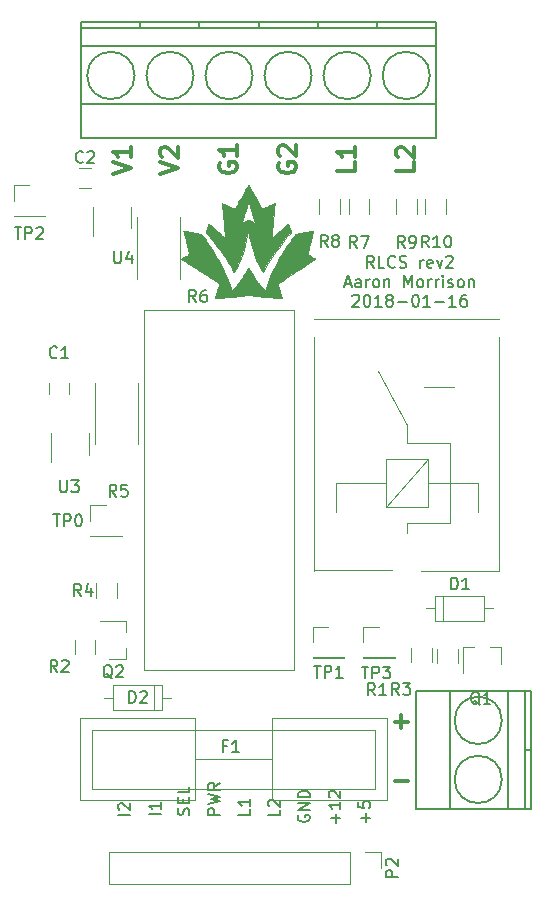
<source format=gto>
G04 #@! TF.FileFunction,Legend,Top*
%FSLAX46Y46*%
G04 Gerber Fmt 4.6, Leading zero omitted, Abs format (unit mm)*
G04 Created by KiCad (PCBNEW 4.0.6) date Tuesday, January 16, 2018 'PMt' 08:18:00 PM*
%MOMM*%
%LPD*%
G01*
G04 APERTURE LIST*
%ADD10C,0.100000*%
%ADD11C,0.150000*%
%ADD12C,0.300000*%
%ADD13C,0.120000*%
%ADD14C,0.010000*%
G04 APERTURE END LIST*
D10*
D11*
X69227381Y-141008333D02*
X68227381Y-141008333D01*
X68227381Y-140627380D01*
X68275000Y-140532142D01*
X68322619Y-140484523D01*
X68417857Y-140436904D01*
X68560714Y-140436904D01*
X68655952Y-140484523D01*
X68703571Y-140532142D01*
X68751190Y-140627380D01*
X68751190Y-141008333D01*
X68227381Y-140103571D02*
X69227381Y-139865476D01*
X68513095Y-139674999D01*
X69227381Y-139484523D01*
X68227381Y-139246428D01*
X69227381Y-138294047D02*
X68751190Y-138627381D01*
X69227381Y-138865476D02*
X68227381Y-138865476D01*
X68227381Y-138484523D01*
X68275000Y-138389285D01*
X68322619Y-138341666D01*
X68417857Y-138294047D01*
X68560714Y-138294047D01*
X68655952Y-138341666D01*
X68703571Y-138389285D01*
X68751190Y-138484523D01*
X68751190Y-138865476D01*
X81571429Y-141607143D02*
X81571429Y-140845238D01*
X81952381Y-141226190D02*
X81190476Y-141226190D01*
X80952381Y-139892857D02*
X80952381Y-140369048D01*
X81428571Y-140416667D01*
X81380952Y-140369048D01*
X81333333Y-140273810D01*
X81333333Y-140035714D01*
X81380952Y-139940476D01*
X81428571Y-139892857D01*
X81523810Y-139845238D01*
X81761905Y-139845238D01*
X81857143Y-139892857D01*
X81904762Y-139940476D01*
X81952381Y-140035714D01*
X81952381Y-140273810D01*
X81904762Y-140369048D01*
X81857143Y-140416667D01*
X79046429Y-141658333D02*
X79046429Y-140896428D01*
X79427381Y-141277380D02*
X78665476Y-141277380D01*
X79427381Y-139896428D02*
X79427381Y-140467857D01*
X79427381Y-140182143D02*
X78427381Y-140182143D01*
X78570238Y-140277381D01*
X78665476Y-140372619D01*
X78713095Y-140467857D01*
X78522619Y-139515476D02*
X78475000Y-139467857D01*
X78427381Y-139372619D01*
X78427381Y-139134523D01*
X78475000Y-139039285D01*
X78522619Y-138991666D01*
X78617857Y-138944047D01*
X78713095Y-138944047D01*
X78855952Y-138991666D01*
X79427381Y-139563095D01*
X79427381Y-138944047D01*
X75875000Y-141036904D02*
X75827381Y-141132142D01*
X75827381Y-141274999D01*
X75875000Y-141417857D01*
X75970238Y-141513095D01*
X76065476Y-141560714D01*
X76255952Y-141608333D01*
X76398810Y-141608333D01*
X76589286Y-141560714D01*
X76684524Y-141513095D01*
X76779762Y-141417857D01*
X76827381Y-141274999D01*
X76827381Y-141179761D01*
X76779762Y-141036904D01*
X76732143Y-140989285D01*
X76398810Y-140989285D01*
X76398810Y-141179761D01*
X76827381Y-140560714D02*
X75827381Y-140560714D01*
X76827381Y-139989285D01*
X75827381Y-139989285D01*
X76827381Y-139513095D02*
X75827381Y-139513095D01*
X75827381Y-139275000D01*
X75875000Y-139132142D01*
X75970238Y-139036904D01*
X76065476Y-138989285D01*
X76255952Y-138941666D01*
X76398810Y-138941666D01*
X76589286Y-138989285D01*
X76684524Y-139036904D01*
X76779762Y-139132142D01*
X76827381Y-139275000D01*
X76827381Y-139513095D01*
X74327381Y-140566666D02*
X74327381Y-141042857D01*
X73327381Y-141042857D01*
X73422619Y-140280952D02*
X73375000Y-140233333D01*
X73327381Y-140138095D01*
X73327381Y-139899999D01*
X73375000Y-139804761D01*
X73422619Y-139757142D01*
X73517857Y-139709523D01*
X73613095Y-139709523D01*
X73755952Y-139757142D01*
X74327381Y-140328571D01*
X74327381Y-139709523D01*
X71777381Y-140516666D02*
X71777381Y-140992857D01*
X70777381Y-140992857D01*
X71777381Y-139659523D02*
X71777381Y-140230952D01*
X71777381Y-139945238D02*
X70777381Y-139945238D01*
X70920238Y-140040476D01*
X71015476Y-140135714D01*
X71063095Y-140230952D01*
X66604762Y-140992857D02*
X66652381Y-140850000D01*
X66652381Y-140611904D01*
X66604762Y-140516666D01*
X66557143Y-140469047D01*
X66461905Y-140421428D01*
X66366667Y-140421428D01*
X66271429Y-140469047D01*
X66223810Y-140516666D01*
X66176190Y-140611904D01*
X66128571Y-140802381D01*
X66080952Y-140897619D01*
X66033333Y-140945238D01*
X65938095Y-140992857D01*
X65842857Y-140992857D01*
X65747619Y-140945238D01*
X65700000Y-140897619D01*
X65652381Y-140802381D01*
X65652381Y-140564285D01*
X65700000Y-140421428D01*
X66128571Y-139992857D02*
X66128571Y-139659523D01*
X66652381Y-139516666D02*
X66652381Y-139992857D01*
X65652381Y-139992857D01*
X65652381Y-139516666D01*
X66652381Y-138611904D02*
X66652381Y-139088095D01*
X65652381Y-139088095D01*
X64202381Y-140926190D02*
X63202381Y-140926190D01*
X64202381Y-139926190D02*
X64202381Y-140497619D01*
X64202381Y-140211905D02*
X63202381Y-140211905D01*
X63345238Y-140307143D01*
X63440476Y-140402381D01*
X63488095Y-140497619D01*
X61627381Y-141001190D02*
X60627381Y-141001190D01*
X60722619Y-140572619D02*
X60675000Y-140525000D01*
X60627381Y-140429762D01*
X60627381Y-140191666D01*
X60675000Y-140096428D01*
X60722619Y-140048809D01*
X60817857Y-140001190D01*
X60913095Y-140001190D01*
X61055952Y-140048809D01*
X61627381Y-140620238D01*
X61627381Y-140001190D01*
D12*
X85678571Y-85749999D02*
X85678571Y-86464285D01*
X84178571Y-86464285D01*
X84321429Y-85321428D02*
X84250000Y-85249999D01*
X84178571Y-85107142D01*
X84178571Y-84749999D01*
X84250000Y-84607142D01*
X84321429Y-84535713D01*
X84464286Y-84464285D01*
X84607143Y-84464285D01*
X84821429Y-84535713D01*
X85678571Y-85392856D01*
X85678571Y-84464285D01*
X80678571Y-85749999D02*
X80678571Y-86464285D01*
X79178571Y-86464285D01*
X80678571Y-84464285D02*
X80678571Y-85321428D01*
X80678571Y-84892856D02*
X79178571Y-84892856D01*
X79392857Y-85035713D01*
X79535714Y-85178571D01*
X79607143Y-85321428D01*
D11*
X82252381Y-94677381D02*
X81919047Y-94201190D01*
X81680952Y-94677381D02*
X81680952Y-93677381D01*
X82061905Y-93677381D01*
X82157143Y-93725000D01*
X82204762Y-93772619D01*
X82252381Y-93867857D01*
X82252381Y-94010714D01*
X82204762Y-94105952D01*
X82157143Y-94153571D01*
X82061905Y-94201190D01*
X81680952Y-94201190D01*
X83157143Y-94677381D02*
X82680952Y-94677381D01*
X82680952Y-93677381D01*
X84061905Y-94582143D02*
X84014286Y-94629762D01*
X83871429Y-94677381D01*
X83776191Y-94677381D01*
X83633333Y-94629762D01*
X83538095Y-94534524D01*
X83490476Y-94439286D01*
X83442857Y-94248810D01*
X83442857Y-94105952D01*
X83490476Y-93915476D01*
X83538095Y-93820238D01*
X83633333Y-93725000D01*
X83776191Y-93677381D01*
X83871429Y-93677381D01*
X84014286Y-93725000D01*
X84061905Y-93772619D01*
X84442857Y-94629762D02*
X84585714Y-94677381D01*
X84823810Y-94677381D01*
X84919048Y-94629762D01*
X84966667Y-94582143D01*
X85014286Y-94486905D01*
X85014286Y-94391667D01*
X84966667Y-94296429D01*
X84919048Y-94248810D01*
X84823810Y-94201190D01*
X84633333Y-94153571D01*
X84538095Y-94105952D01*
X84490476Y-94058333D01*
X84442857Y-93963095D01*
X84442857Y-93867857D01*
X84490476Y-93772619D01*
X84538095Y-93725000D01*
X84633333Y-93677381D01*
X84871429Y-93677381D01*
X85014286Y-93725000D01*
X86204762Y-94677381D02*
X86204762Y-94010714D01*
X86204762Y-94201190D02*
X86252381Y-94105952D01*
X86300000Y-94058333D01*
X86395238Y-94010714D01*
X86490477Y-94010714D01*
X87204763Y-94629762D02*
X87109525Y-94677381D01*
X86919048Y-94677381D01*
X86823810Y-94629762D01*
X86776191Y-94534524D01*
X86776191Y-94153571D01*
X86823810Y-94058333D01*
X86919048Y-94010714D01*
X87109525Y-94010714D01*
X87204763Y-94058333D01*
X87252382Y-94153571D01*
X87252382Y-94248810D01*
X86776191Y-94344048D01*
X87585715Y-94010714D02*
X87823810Y-94677381D01*
X88061906Y-94010714D01*
X88395239Y-93772619D02*
X88442858Y-93725000D01*
X88538096Y-93677381D01*
X88776192Y-93677381D01*
X88871430Y-93725000D01*
X88919049Y-93772619D01*
X88966668Y-93867857D01*
X88966668Y-93963095D01*
X88919049Y-94105952D01*
X88347620Y-94677381D01*
X88966668Y-94677381D01*
X79823809Y-96041667D02*
X80300000Y-96041667D01*
X79728571Y-96327381D02*
X80061904Y-95327381D01*
X80395238Y-96327381D01*
X81157143Y-96327381D02*
X81157143Y-95803571D01*
X81109524Y-95708333D01*
X81014286Y-95660714D01*
X80823809Y-95660714D01*
X80728571Y-95708333D01*
X81157143Y-96279762D02*
X81061905Y-96327381D01*
X80823809Y-96327381D01*
X80728571Y-96279762D01*
X80680952Y-96184524D01*
X80680952Y-96089286D01*
X80728571Y-95994048D01*
X80823809Y-95946429D01*
X81061905Y-95946429D01*
X81157143Y-95898810D01*
X81633333Y-96327381D02*
X81633333Y-95660714D01*
X81633333Y-95851190D02*
X81680952Y-95755952D01*
X81728571Y-95708333D01*
X81823809Y-95660714D01*
X81919048Y-95660714D01*
X82395238Y-96327381D02*
X82300000Y-96279762D01*
X82252381Y-96232143D01*
X82204762Y-96136905D01*
X82204762Y-95851190D01*
X82252381Y-95755952D01*
X82300000Y-95708333D01*
X82395238Y-95660714D01*
X82538096Y-95660714D01*
X82633334Y-95708333D01*
X82680953Y-95755952D01*
X82728572Y-95851190D01*
X82728572Y-96136905D01*
X82680953Y-96232143D01*
X82633334Y-96279762D01*
X82538096Y-96327381D01*
X82395238Y-96327381D01*
X83157143Y-95660714D02*
X83157143Y-96327381D01*
X83157143Y-95755952D02*
X83204762Y-95708333D01*
X83300000Y-95660714D01*
X83442858Y-95660714D01*
X83538096Y-95708333D01*
X83585715Y-95803571D01*
X83585715Y-96327381D01*
X84823810Y-96327381D02*
X84823810Y-95327381D01*
X85157144Y-96041667D01*
X85490477Y-95327381D01*
X85490477Y-96327381D01*
X86109524Y-96327381D02*
X86014286Y-96279762D01*
X85966667Y-96232143D01*
X85919048Y-96136905D01*
X85919048Y-95851190D01*
X85966667Y-95755952D01*
X86014286Y-95708333D01*
X86109524Y-95660714D01*
X86252382Y-95660714D01*
X86347620Y-95708333D01*
X86395239Y-95755952D01*
X86442858Y-95851190D01*
X86442858Y-96136905D01*
X86395239Y-96232143D01*
X86347620Y-96279762D01*
X86252382Y-96327381D01*
X86109524Y-96327381D01*
X86871429Y-96327381D02*
X86871429Y-95660714D01*
X86871429Y-95851190D02*
X86919048Y-95755952D01*
X86966667Y-95708333D01*
X87061905Y-95660714D01*
X87157144Y-95660714D01*
X87490477Y-96327381D02*
X87490477Y-95660714D01*
X87490477Y-95851190D02*
X87538096Y-95755952D01*
X87585715Y-95708333D01*
X87680953Y-95660714D01*
X87776192Y-95660714D01*
X88109525Y-96327381D02*
X88109525Y-95660714D01*
X88109525Y-95327381D02*
X88061906Y-95375000D01*
X88109525Y-95422619D01*
X88157144Y-95375000D01*
X88109525Y-95327381D01*
X88109525Y-95422619D01*
X88538096Y-96279762D02*
X88633334Y-96327381D01*
X88823810Y-96327381D01*
X88919049Y-96279762D01*
X88966668Y-96184524D01*
X88966668Y-96136905D01*
X88919049Y-96041667D01*
X88823810Y-95994048D01*
X88680953Y-95994048D01*
X88585715Y-95946429D01*
X88538096Y-95851190D01*
X88538096Y-95803571D01*
X88585715Y-95708333D01*
X88680953Y-95660714D01*
X88823810Y-95660714D01*
X88919049Y-95708333D01*
X89538096Y-96327381D02*
X89442858Y-96279762D01*
X89395239Y-96232143D01*
X89347620Y-96136905D01*
X89347620Y-95851190D01*
X89395239Y-95755952D01*
X89442858Y-95708333D01*
X89538096Y-95660714D01*
X89680954Y-95660714D01*
X89776192Y-95708333D01*
X89823811Y-95755952D01*
X89871430Y-95851190D01*
X89871430Y-96136905D01*
X89823811Y-96232143D01*
X89776192Y-96279762D01*
X89680954Y-96327381D01*
X89538096Y-96327381D01*
X90300001Y-95660714D02*
X90300001Y-96327381D01*
X90300001Y-95755952D02*
X90347620Y-95708333D01*
X90442858Y-95660714D01*
X90585716Y-95660714D01*
X90680954Y-95708333D01*
X90728573Y-95803571D01*
X90728573Y-96327381D01*
X80442857Y-97072619D02*
X80490476Y-97025000D01*
X80585714Y-96977381D01*
X80823810Y-96977381D01*
X80919048Y-97025000D01*
X80966667Y-97072619D01*
X81014286Y-97167857D01*
X81014286Y-97263095D01*
X80966667Y-97405952D01*
X80395238Y-97977381D01*
X81014286Y-97977381D01*
X81633333Y-96977381D02*
X81728572Y-96977381D01*
X81823810Y-97025000D01*
X81871429Y-97072619D01*
X81919048Y-97167857D01*
X81966667Y-97358333D01*
X81966667Y-97596429D01*
X81919048Y-97786905D01*
X81871429Y-97882143D01*
X81823810Y-97929762D01*
X81728572Y-97977381D01*
X81633333Y-97977381D01*
X81538095Y-97929762D01*
X81490476Y-97882143D01*
X81442857Y-97786905D01*
X81395238Y-97596429D01*
X81395238Y-97358333D01*
X81442857Y-97167857D01*
X81490476Y-97072619D01*
X81538095Y-97025000D01*
X81633333Y-96977381D01*
X82919048Y-97977381D02*
X82347619Y-97977381D01*
X82633333Y-97977381D02*
X82633333Y-96977381D01*
X82538095Y-97120238D01*
X82442857Y-97215476D01*
X82347619Y-97263095D01*
X83490476Y-97405952D02*
X83395238Y-97358333D01*
X83347619Y-97310714D01*
X83300000Y-97215476D01*
X83300000Y-97167857D01*
X83347619Y-97072619D01*
X83395238Y-97025000D01*
X83490476Y-96977381D01*
X83680953Y-96977381D01*
X83776191Y-97025000D01*
X83823810Y-97072619D01*
X83871429Y-97167857D01*
X83871429Y-97215476D01*
X83823810Y-97310714D01*
X83776191Y-97358333D01*
X83680953Y-97405952D01*
X83490476Y-97405952D01*
X83395238Y-97453571D01*
X83347619Y-97501190D01*
X83300000Y-97596429D01*
X83300000Y-97786905D01*
X83347619Y-97882143D01*
X83395238Y-97929762D01*
X83490476Y-97977381D01*
X83680953Y-97977381D01*
X83776191Y-97929762D01*
X83823810Y-97882143D01*
X83871429Y-97786905D01*
X83871429Y-97596429D01*
X83823810Y-97501190D01*
X83776191Y-97453571D01*
X83680953Y-97405952D01*
X84300000Y-97596429D02*
X85061905Y-97596429D01*
X85728571Y-96977381D02*
X85823810Y-96977381D01*
X85919048Y-97025000D01*
X85966667Y-97072619D01*
X86014286Y-97167857D01*
X86061905Y-97358333D01*
X86061905Y-97596429D01*
X86014286Y-97786905D01*
X85966667Y-97882143D01*
X85919048Y-97929762D01*
X85823810Y-97977381D01*
X85728571Y-97977381D01*
X85633333Y-97929762D01*
X85585714Y-97882143D01*
X85538095Y-97786905D01*
X85490476Y-97596429D01*
X85490476Y-97358333D01*
X85538095Y-97167857D01*
X85585714Y-97072619D01*
X85633333Y-97025000D01*
X85728571Y-96977381D01*
X87014286Y-97977381D02*
X86442857Y-97977381D01*
X86728571Y-97977381D02*
X86728571Y-96977381D01*
X86633333Y-97120238D01*
X86538095Y-97215476D01*
X86442857Y-97263095D01*
X87442857Y-97596429D02*
X88204762Y-97596429D01*
X89204762Y-97977381D02*
X88633333Y-97977381D01*
X88919047Y-97977381D02*
X88919047Y-96977381D01*
X88823809Y-97120238D01*
X88728571Y-97215476D01*
X88633333Y-97263095D01*
X90061905Y-96977381D02*
X89871428Y-96977381D01*
X89776190Y-97025000D01*
X89728571Y-97072619D01*
X89633333Y-97215476D01*
X89585714Y-97405952D01*
X89585714Y-97786905D01*
X89633333Y-97882143D01*
X89680952Y-97929762D01*
X89776190Y-97977381D01*
X89966667Y-97977381D01*
X90061905Y-97929762D01*
X90109524Y-97882143D01*
X90157143Y-97786905D01*
X90157143Y-97548810D01*
X90109524Y-97453571D01*
X90061905Y-97405952D01*
X89966667Y-97358333D01*
X89776190Y-97358333D01*
X89680952Y-97405952D01*
X89633333Y-97453571D01*
X89585714Y-97548810D01*
D12*
X84028572Y-138107143D02*
X85171429Y-138107143D01*
X84028572Y-133107143D02*
X85171429Y-133107143D01*
X84600000Y-133678571D02*
X84600000Y-132535714D01*
X74250000Y-85821428D02*
X74178571Y-85964285D01*
X74178571Y-86178571D01*
X74250000Y-86392856D01*
X74392857Y-86535714D01*
X74535714Y-86607142D01*
X74821429Y-86678571D01*
X75035714Y-86678571D01*
X75321429Y-86607142D01*
X75464286Y-86535714D01*
X75607143Y-86392856D01*
X75678571Y-86178571D01*
X75678571Y-86035714D01*
X75607143Y-85821428D01*
X75535714Y-85749999D01*
X75035714Y-85749999D01*
X75035714Y-86035714D01*
X74321429Y-85178571D02*
X74250000Y-85107142D01*
X74178571Y-84964285D01*
X74178571Y-84607142D01*
X74250000Y-84464285D01*
X74321429Y-84392856D01*
X74464286Y-84321428D01*
X74607143Y-84321428D01*
X74821429Y-84392856D01*
X75678571Y-85249999D01*
X75678571Y-84321428D01*
X69250000Y-85821428D02*
X69178571Y-85964285D01*
X69178571Y-86178571D01*
X69250000Y-86392856D01*
X69392857Y-86535714D01*
X69535714Y-86607142D01*
X69821429Y-86678571D01*
X70035714Y-86678571D01*
X70321429Y-86607142D01*
X70464286Y-86535714D01*
X70607143Y-86392856D01*
X70678571Y-86178571D01*
X70678571Y-86035714D01*
X70607143Y-85821428D01*
X70535714Y-85749999D01*
X70035714Y-85749999D01*
X70035714Y-86035714D01*
X70678571Y-84321428D02*
X70678571Y-85178571D01*
X70678571Y-84749999D02*
X69178571Y-84749999D01*
X69392857Y-84892856D01*
X69535714Y-85035714D01*
X69607143Y-85178571D01*
X64178571Y-86714285D02*
X65678571Y-86214285D01*
X64178571Y-85714285D01*
X64321429Y-85285714D02*
X64250000Y-85214285D01*
X64178571Y-85071428D01*
X64178571Y-84714285D01*
X64250000Y-84571428D01*
X64321429Y-84499999D01*
X64464286Y-84428571D01*
X64607143Y-84428571D01*
X64821429Y-84499999D01*
X65678571Y-85357142D01*
X65678571Y-84428571D01*
X60178571Y-86714285D02*
X61678571Y-86214285D01*
X60178571Y-85714285D01*
X61678571Y-84428571D02*
X61678571Y-85285714D01*
X61678571Y-84857142D02*
X60178571Y-84857142D01*
X60392857Y-84999999D01*
X60535714Y-85142857D01*
X60607143Y-85285714D01*
D13*
X62760000Y-128740000D02*
X62760000Y-98260000D01*
X62760000Y-98260000D02*
X75460000Y-98260000D01*
X75460000Y-98260000D02*
X75460000Y-128740000D01*
X75460000Y-128740000D02*
X62760000Y-128740000D01*
X56450000Y-105400000D02*
X56450000Y-104400000D01*
X54750000Y-104400000D02*
X54750000Y-105400000D01*
X58300000Y-86250000D02*
X57300000Y-86250000D01*
X57300000Y-87950000D02*
X58300000Y-87950000D01*
D11*
X95100000Y-135500000D02*
X95600000Y-135500000D01*
X93100000Y-133000000D02*
G75*
G03X93100000Y-133000000I-2000000J0D01*
G01*
X93100000Y-138000000D02*
G75*
G03X93100000Y-138000000I-2000000J0D01*
G01*
X93600000Y-140500000D02*
X93600000Y-130500000D01*
X88700000Y-140500000D02*
X88700000Y-130500000D01*
X95100000Y-140500000D02*
X95100000Y-130500000D01*
X95600000Y-140500000D02*
X95600000Y-130500000D01*
X95600000Y-130500000D02*
X85800000Y-130500000D01*
X85800000Y-130500000D02*
X85800000Y-140500000D01*
X85800000Y-140500000D02*
X95600000Y-140500000D01*
D13*
X93005000Y-126790000D02*
X92075000Y-126790000D01*
X89845000Y-126790000D02*
X90775000Y-126790000D01*
X89845000Y-126790000D02*
X89845000Y-128950000D01*
X93005000Y-126790000D02*
X93005000Y-128250000D01*
X61260000Y-127780000D02*
X61260000Y-126850000D01*
X61260000Y-124620000D02*
X61260000Y-125550000D01*
X61260000Y-124620000D02*
X59100000Y-124620000D01*
X61260000Y-127780000D02*
X59800000Y-127780000D01*
X85445000Y-128075000D02*
X85445000Y-126875000D01*
X87205000Y-126875000D02*
X87205000Y-128075000D01*
X56920000Y-127400000D02*
X56920000Y-126200000D01*
X58680000Y-126200000D02*
X58680000Y-127400000D01*
X87595000Y-128150000D02*
X87595000Y-126950000D01*
X89355000Y-126950000D02*
X89355000Y-128150000D01*
X60480000Y-121400000D02*
X60480000Y-122600000D01*
X58720000Y-122600000D02*
X58720000Y-121400000D01*
X58680000Y-109600000D02*
X58680000Y-104400000D01*
X62320000Y-104400000D02*
X62320000Y-109600000D01*
X62180000Y-95600000D02*
X62180000Y-90400000D01*
X65820000Y-90400000D02*
X65820000Y-95600000D01*
X86225000Y-120350000D02*
X92825000Y-120350000D01*
X77195000Y-120310000D02*
X83795000Y-120310000D01*
X77225000Y-120350000D02*
X77225000Y-100550000D01*
X77225000Y-99000000D02*
X92825000Y-99000000D01*
X92825000Y-100550000D02*
X92825000Y-120350000D01*
X86525000Y-104800000D02*
X89025000Y-104800000D01*
X91075000Y-115400000D02*
X91075000Y-112900000D01*
X85075000Y-116300000D02*
X85075000Y-117100000D01*
X79075000Y-112900000D02*
X79075000Y-115400000D01*
X85075000Y-109500000D02*
X85075000Y-108000000D01*
X85075000Y-108000000D02*
X82575000Y-103400000D01*
X88675000Y-109500000D02*
X88675000Y-116300000D01*
X85075000Y-109500000D02*
X88675000Y-109500000D01*
X85075000Y-116300000D02*
X88675000Y-116300000D01*
X79075000Y-112900000D02*
X83275000Y-112900000D01*
X86875000Y-112900000D02*
X91075000Y-112900000D01*
X86875000Y-110900000D02*
X83275000Y-114900000D01*
X86875000Y-114900000D02*
X83275000Y-114900000D01*
X83275000Y-114900000D02*
X83275000Y-110900000D01*
X83275000Y-110900000D02*
X86875000Y-110900000D01*
X86875000Y-110900000D02*
X86875000Y-114900000D01*
X58110000Y-110500000D02*
X58110000Y-108700000D01*
X54890000Y-108700000D02*
X54890000Y-111150000D01*
X61710000Y-91300000D02*
X61710000Y-89500000D01*
X58490000Y-89500000D02*
X58490000Y-91950000D01*
X67150000Y-136275000D02*
X73650000Y-136275000D01*
X67150000Y-139775000D02*
X67150000Y-132775000D01*
X58400000Y-132775000D02*
X67150000Y-132775000D01*
X58400000Y-139775000D02*
X67150000Y-139775000D01*
X81150000Y-133775000D02*
X82400000Y-133775000D01*
X80900000Y-138775000D02*
X82400000Y-138775000D01*
X68900000Y-133775000D02*
X81150000Y-133775000D01*
X69150000Y-138775000D02*
X80900000Y-138775000D01*
X58400000Y-133775000D02*
X68900000Y-133775000D01*
X58400000Y-138775000D02*
X69150000Y-138775000D01*
X58400000Y-138775000D02*
X58400000Y-133775000D01*
X57400000Y-139775000D02*
X58400000Y-139775000D01*
X57400000Y-139775000D02*
X57400000Y-132775000D01*
X57400000Y-132775000D02*
X58400000Y-132775000D01*
X82400000Y-138775000D02*
X82400000Y-133775000D01*
X73650000Y-139775000D02*
X83400000Y-139775000D01*
X83400000Y-139775000D02*
X83400000Y-132775000D01*
X73650000Y-132775000D02*
X83400000Y-132775000D01*
X73650000Y-139775000D02*
X73650000Y-132775000D01*
X58270000Y-117370000D02*
X58270000Y-117430000D01*
X58270000Y-117430000D02*
X60930000Y-117430000D01*
X60930000Y-117430000D02*
X60930000Y-117370000D01*
X60930000Y-117370000D02*
X58270000Y-117370000D01*
X58270000Y-116100000D02*
X58270000Y-114770000D01*
X58270000Y-114770000D02*
X59600000Y-114770000D01*
X77070000Y-127670000D02*
X77070000Y-127730000D01*
X77070000Y-127730000D02*
X79730000Y-127730000D01*
X79730000Y-127730000D02*
X79730000Y-127670000D01*
X79730000Y-127670000D02*
X77070000Y-127670000D01*
X77070000Y-126400000D02*
X77070000Y-125070000D01*
X77070000Y-125070000D02*
X78400000Y-125070000D01*
X51770000Y-90270000D02*
X51770000Y-90330000D01*
X51770000Y-90330000D02*
X54430000Y-90330000D01*
X54430000Y-90330000D02*
X54430000Y-90270000D01*
X54430000Y-90270000D02*
X51770000Y-90270000D01*
X51770000Y-89000000D02*
X51770000Y-87670000D01*
X51770000Y-87670000D02*
X53100000Y-87670000D01*
X81370000Y-127670000D02*
X81370000Y-127730000D01*
X81370000Y-127730000D02*
X84030000Y-127730000D01*
X84030000Y-127730000D02*
X84030000Y-127670000D01*
X84030000Y-127670000D02*
X81370000Y-127670000D01*
X81370000Y-126400000D02*
X81370000Y-125070000D01*
X81370000Y-125070000D02*
X82700000Y-125070000D01*
X80120000Y-90100000D02*
X80120000Y-88900000D01*
X81880000Y-88900000D02*
X81880000Y-90100000D01*
X79380000Y-88900000D02*
X79380000Y-90100000D01*
X77620000Y-90100000D02*
X77620000Y-88900000D01*
X84120000Y-90100000D02*
X84120000Y-88900000D01*
X85880000Y-88900000D02*
X85880000Y-90100000D01*
X88380000Y-88900000D02*
X88380000Y-90100000D01*
X86620000Y-90100000D02*
X86620000Y-88900000D01*
X80230000Y-144170000D02*
X59850000Y-144170000D01*
X59850000Y-144170000D02*
X59850000Y-146830000D01*
X59850000Y-146830000D02*
X80230000Y-146830000D01*
X80230000Y-146830000D02*
X80230000Y-144170000D01*
X81500000Y-144170000D02*
X82830000Y-144170000D01*
X82830000Y-144170000D02*
X82830000Y-145500000D01*
D11*
X62000000Y-78400000D02*
G75*
G03X62000000Y-78400000I-2000000J0D01*
G01*
X62500000Y-74400000D02*
X62500000Y-73900000D01*
X67500000Y-74400000D02*
X67500000Y-73900000D01*
X67000000Y-78400000D02*
G75*
G03X67000000Y-78400000I-2000000J0D01*
G01*
X72500000Y-74400000D02*
X72500000Y-73900000D01*
X72000000Y-78400000D02*
G75*
G03X72000000Y-78400000I-2000000J0D01*
G01*
X77000000Y-78400000D02*
G75*
G03X77000000Y-78400000I-2000000J0D01*
G01*
X77500000Y-74400000D02*
X77500000Y-73900000D01*
X82500000Y-74400000D02*
X82500000Y-73900000D01*
X82000000Y-78400000D02*
G75*
G03X82000000Y-78400000I-2000000J0D01*
G01*
X87000000Y-78400000D02*
G75*
G03X87000000Y-78400000I-2000000J0D01*
G01*
X87500000Y-75900000D02*
X57500000Y-75900000D01*
X87500000Y-80800000D02*
X57500000Y-80800000D01*
X87500000Y-74400000D02*
X57500000Y-74400000D01*
X87500000Y-73900000D02*
X57500000Y-73900000D01*
X57500000Y-73900000D02*
X57500000Y-83700000D01*
X57500000Y-83700000D02*
X87500000Y-83700000D01*
X87500000Y-83700000D02*
X87500000Y-73900000D01*
D14*
G36*
X66154589Y-91529742D02*
X66198700Y-91537567D01*
X66267865Y-91550411D01*
X66359040Y-91567692D01*
X66469179Y-91588829D01*
X66595239Y-91613242D01*
X66734175Y-91640348D01*
X66882943Y-91669568D01*
X66885495Y-91670071D01*
X67069325Y-91706548D01*
X67223989Y-91737820D01*
X67351559Y-91764358D01*
X67454105Y-91786634D01*
X67533701Y-91805119D01*
X67592419Y-91820283D01*
X67632329Y-91832598D01*
X67655505Y-91842536D01*
X67661138Y-91846458D01*
X67689589Y-91877078D01*
X67733280Y-91930525D01*
X67789675Y-92003321D01*
X67856234Y-92091986D01*
X67930422Y-92193043D01*
X68009700Y-92303011D01*
X68091530Y-92418414D01*
X68173375Y-92535771D01*
X68252696Y-92651605D01*
X68302560Y-92725720D01*
X68538141Y-93088668D01*
X68768951Y-93463801D01*
X68992367Y-93846259D01*
X69205764Y-94231183D01*
X69406521Y-94613713D01*
X69592014Y-94988989D01*
X69759619Y-95352151D01*
X69905158Y-95694500D01*
X69941850Y-95788061D01*
X69981734Y-95894841D01*
X70022936Y-96009315D01*
X70063587Y-96125957D01*
X70101813Y-96239244D01*
X70135743Y-96343651D01*
X70163506Y-96433652D01*
X70183230Y-96503725D01*
X70191698Y-96540286D01*
X70201412Y-96578252D01*
X70211617Y-96598394D01*
X70213798Y-96599375D01*
X70229032Y-96587877D01*
X70261696Y-96555729D01*
X70308628Y-96506451D01*
X70366669Y-96443562D01*
X70432660Y-96370581D01*
X70503439Y-96291027D01*
X70575846Y-96208419D01*
X70646722Y-96126277D01*
X70712906Y-96048119D01*
X70761236Y-95989745D01*
X70909249Y-95802913D01*
X71045549Y-95618091D01*
X71174982Y-95428039D01*
X71302390Y-95225515D01*
X71432618Y-95003276D01*
X71492975Y-94895729D01*
X71537919Y-94816537D01*
X71578190Y-94749034D01*
X71611164Y-94697338D01*
X71634221Y-94665569D01*
X71644559Y-94657604D01*
X71656574Y-94675988D01*
X71680109Y-94716369D01*
X71711733Y-94772736D01*
X71747030Y-94837250D01*
X71922483Y-95147226D01*
X72100781Y-95432596D01*
X72286619Y-95700449D01*
X72484694Y-95957876D01*
X72509331Y-95988187D01*
X72569655Y-96060854D01*
X72637188Y-96140309D01*
X72708779Y-96223039D01*
X72781274Y-96305535D01*
X72851523Y-96384286D01*
X72916372Y-96455779D01*
X72972669Y-96516506D01*
X73017263Y-96562953D01*
X73047000Y-96591612D01*
X73058076Y-96599375D01*
X73067761Y-96585474D01*
X73077984Y-96551000D01*
X73080176Y-96540286D01*
X73092529Y-96489079D01*
X73114345Y-96413739D01*
X73143753Y-96319791D01*
X73178880Y-96212759D01*
X73217856Y-96098167D01*
X73258809Y-95981540D01*
X73299866Y-95868404D01*
X73339157Y-95764282D01*
X73366716Y-95694500D01*
X73511154Y-95354785D01*
X73675783Y-94997906D01*
X73857961Y-94628756D01*
X74055048Y-94252231D01*
X74264400Y-93873227D01*
X74483376Y-93496639D01*
X74709334Y-93127361D01*
X74939631Y-92770291D01*
X74967738Y-92728039D01*
X75043892Y-92615281D01*
X75124268Y-92498645D01*
X75206333Y-92381605D01*
X75287554Y-92267636D01*
X75365398Y-92160210D01*
X75437334Y-92062801D01*
X75500827Y-91978883D01*
X75553347Y-91911930D01*
X75592359Y-91865416D01*
X75610042Y-91847085D01*
X75626816Y-91838032D01*
X75660772Y-91826524D01*
X75713847Y-91812121D01*
X75787976Y-91794383D01*
X75885095Y-91772872D01*
X76007140Y-91747147D01*
X76156047Y-91716770D01*
X76333751Y-91681302D01*
X76385686Y-91671039D01*
X76534662Y-91641738D01*
X76673859Y-91614529D01*
X76800234Y-91589995D01*
X76910743Y-91568718D01*
X77002345Y-91551282D01*
X77071995Y-91538269D01*
X77116652Y-91530262D01*
X77133272Y-91527843D01*
X77133298Y-91527856D01*
X77130079Y-91543140D01*
X77119783Y-91586034D01*
X77103208Y-91653389D01*
X77081153Y-91742056D01*
X77054417Y-91848888D01*
X77023799Y-91970736D01*
X76990096Y-92104451D01*
X76954109Y-92246886D01*
X76916636Y-92394892D01*
X76878475Y-92545321D01*
X76840426Y-92695025D01*
X76803286Y-92840854D01*
X76767855Y-92979662D01*
X76734931Y-93108299D01*
X76705313Y-93223618D01*
X76679801Y-93322469D01*
X76659191Y-93401706D01*
X76644284Y-93458178D01*
X76635878Y-93488739D01*
X76635515Y-93489954D01*
X76639370Y-93502046D01*
X76658310Y-93520425D01*
X76694789Y-93546702D01*
X76751265Y-93582489D01*
X76830191Y-93629397D01*
X76934025Y-93689039D01*
X76969467Y-93709128D01*
X77063522Y-93762790D01*
X77147676Y-93811711D01*
X77218189Y-93853643D01*
X77271324Y-93886336D01*
X77303340Y-93907545D01*
X77311250Y-93914629D01*
X77298216Y-93924693D01*
X77260198Y-93951009D01*
X77198818Y-93992507D01*
X77115698Y-94048113D01*
X77012460Y-94116758D01*
X76890728Y-94197368D01*
X76752124Y-94288874D01*
X76598269Y-94390203D01*
X76430787Y-94500283D01*
X76251301Y-94618044D01*
X76061432Y-94742414D01*
X75862803Y-94872321D01*
X75708059Y-94973393D01*
X75503863Y-95106816D01*
X75307200Y-95235568D01*
X75119693Y-95358570D01*
X74942965Y-95474748D01*
X74778639Y-95583027D01*
X74628340Y-95682330D01*
X74493691Y-95771583D01*
X74376314Y-95849708D01*
X74277834Y-95915631D01*
X74199875Y-95968277D01*
X74144058Y-96006568D01*
X74112009Y-96029431D01*
X74104545Y-96035812D01*
X74109125Y-96053952D01*
X74122329Y-96099036D01*
X74143140Y-96167758D01*
X74170536Y-96256810D01*
X74203500Y-96362888D01*
X74241012Y-96482684D01*
X74282052Y-96612893D01*
X74296830Y-96659583D01*
X74338550Y-96792294D01*
X74376656Y-96915517D01*
X74410185Y-97025990D01*
X74438176Y-97120450D01*
X74459666Y-97195635D01*
X74473695Y-97248280D01*
X74479300Y-97275125D01*
X74479082Y-97277834D01*
X74462146Y-97277505D01*
X74415941Y-97273581D01*
X74342714Y-97266313D01*
X74244711Y-97255954D01*
X74124181Y-97242756D01*
X73983370Y-97226970D01*
X73824524Y-97208848D01*
X73649892Y-97188643D01*
X73461719Y-97166606D01*
X73262254Y-97142990D01*
X73053742Y-97118045D01*
X73052331Y-97117875D01*
X71635937Y-96947561D01*
X70248568Y-97114780D01*
X70041437Y-97139696D01*
X69842827Y-97163488D01*
X69655069Y-97185884D01*
X69480494Y-97206610D01*
X69321431Y-97225393D01*
X69180211Y-97241960D01*
X69059164Y-97256035D01*
X68960621Y-97267348D01*
X68886911Y-97275623D01*
X68840365Y-97280587D01*
X68823787Y-97282000D01*
X68795045Y-97277235D01*
X68786375Y-97268824D01*
X68791024Y-97251273D01*
X68804286Y-97206779D01*
X68825137Y-97138650D01*
X68852548Y-97050194D01*
X68885493Y-96944719D01*
X68922946Y-96825532D01*
X68963880Y-96695942D01*
X68976875Y-96654937D01*
X69018689Y-96522655D01*
X69057324Y-96399605D01*
X69091752Y-96289122D01*
X69120946Y-96194542D01*
X69143877Y-96119202D01*
X69159517Y-96066438D01*
X69166839Y-96039584D01*
X69167260Y-96037082D01*
X69154209Y-96026386D01*
X69116167Y-95999454D01*
X69054758Y-95957362D01*
X68971605Y-95901187D01*
X68868331Y-95832007D01*
X68746559Y-95750898D01*
X68607913Y-95658938D01*
X68454015Y-95557204D01*
X68286489Y-95446773D01*
X68106959Y-95328723D01*
X67917046Y-95204129D01*
X67718375Y-95074070D01*
X67563885Y-94973119D01*
X67359722Y-94839718D01*
X67163094Y-94711050D01*
X66975622Y-94588186D01*
X66798930Y-94472199D01*
X66634638Y-94364159D01*
X66484371Y-94265138D01*
X66349748Y-94176206D01*
X66232394Y-94098436D01*
X66133931Y-94032898D01*
X66055979Y-93980664D01*
X66000163Y-93942805D01*
X65968103Y-93920392D01*
X65960625Y-93914355D01*
X65973866Y-93903580D01*
X66011097Y-93879584D01*
X66068581Y-93844612D01*
X66142577Y-93800909D01*
X66229349Y-93750720D01*
X66302407Y-93709128D01*
X66413992Y-93645456D01*
X66499952Y-93594989D01*
X66562741Y-93556115D01*
X66604817Y-93527223D01*
X66628633Y-93506700D01*
X66636647Y-93492936D01*
X66636359Y-93489954D01*
X66628448Y-93461399D01*
X66613980Y-93406700D01*
X66593752Y-93329003D01*
X66568564Y-93231459D01*
X66539213Y-93117216D01*
X66506500Y-92989422D01*
X66471221Y-92851226D01*
X66434177Y-92705777D01*
X66396165Y-92556223D01*
X66357985Y-92405713D01*
X66320435Y-92257396D01*
X66284313Y-92114420D01*
X66250419Y-91979934D01*
X66219551Y-91857087D01*
X66192507Y-91749026D01*
X66170087Y-91658902D01*
X66153089Y-91589862D01*
X66142312Y-91545055D01*
X66138554Y-91527630D01*
X66138576Y-91527515D01*
X66154589Y-91529742D01*
X66154589Y-91529742D01*
G37*
X66154589Y-91529742D02*
X66198700Y-91537567D01*
X66267865Y-91550411D01*
X66359040Y-91567692D01*
X66469179Y-91588829D01*
X66595239Y-91613242D01*
X66734175Y-91640348D01*
X66882943Y-91669568D01*
X66885495Y-91670071D01*
X67069325Y-91706548D01*
X67223989Y-91737820D01*
X67351559Y-91764358D01*
X67454105Y-91786634D01*
X67533701Y-91805119D01*
X67592419Y-91820283D01*
X67632329Y-91832598D01*
X67655505Y-91842536D01*
X67661138Y-91846458D01*
X67689589Y-91877078D01*
X67733280Y-91930525D01*
X67789675Y-92003321D01*
X67856234Y-92091986D01*
X67930422Y-92193043D01*
X68009700Y-92303011D01*
X68091530Y-92418414D01*
X68173375Y-92535771D01*
X68252696Y-92651605D01*
X68302560Y-92725720D01*
X68538141Y-93088668D01*
X68768951Y-93463801D01*
X68992367Y-93846259D01*
X69205764Y-94231183D01*
X69406521Y-94613713D01*
X69592014Y-94988989D01*
X69759619Y-95352151D01*
X69905158Y-95694500D01*
X69941850Y-95788061D01*
X69981734Y-95894841D01*
X70022936Y-96009315D01*
X70063587Y-96125957D01*
X70101813Y-96239244D01*
X70135743Y-96343651D01*
X70163506Y-96433652D01*
X70183230Y-96503725D01*
X70191698Y-96540286D01*
X70201412Y-96578252D01*
X70211617Y-96598394D01*
X70213798Y-96599375D01*
X70229032Y-96587877D01*
X70261696Y-96555729D01*
X70308628Y-96506451D01*
X70366669Y-96443562D01*
X70432660Y-96370581D01*
X70503439Y-96291027D01*
X70575846Y-96208419D01*
X70646722Y-96126277D01*
X70712906Y-96048119D01*
X70761236Y-95989745D01*
X70909249Y-95802913D01*
X71045549Y-95618091D01*
X71174982Y-95428039D01*
X71302390Y-95225515D01*
X71432618Y-95003276D01*
X71492975Y-94895729D01*
X71537919Y-94816537D01*
X71578190Y-94749034D01*
X71611164Y-94697338D01*
X71634221Y-94665569D01*
X71644559Y-94657604D01*
X71656574Y-94675988D01*
X71680109Y-94716369D01*
X71711733Y-94772736D01*
X71747030Y-94837250D01*
X71922483Y-95147226D01*
X72100781Y-95432596D01*
X72286619Y-95700449D01*
X72484694Y-95957876D01*
X72509331Y-95988187D01*
X72569655Y-96060854D01*
X72637188Y-96140309D01*
X72708779Y-96223039D01*
X72781274Y-96305535D01*
X72851523Y-96384286D01*
X72916372Y-96455779D01*
X72972669Y-96516506D01*
X73017263Y-96562953D01*
X73047000Y-96591612D01*
X73058076Y-96599375D01*
X73067761Y-96585474D01*
X73077984Y-96551000D01*
X73080176Y-96540286D01*
X73092529Y-96489079D01*
X73114345Y-96413739D01*
X73143753Y-96319791D01*
X73178880Y-96212759D01*
X73217856Y-96098167D01*
X73258809Y-95981540D01*
X73299866Y-95868404D01*
X73339157Y-95764282D01*
X73366716Y-95694500D01*
X73511154Y-95354785D01*
X73675783Y-94997906D01*
X73857961Y-94628756D01*
X74055048Y-94252231D01*
X74264400Y-93873227D01*
X74483376Y-93496639D01*
X74709334Y-93127361D01*
X74939631Y-92770291D01*
X74967738Y-92728039D01*
X75043892Y-92615281D01*
X75124268Y-92498645D01*
X75206333Y-92381605D01*
X75287554Y-92267636D01*
X75365398Y-92160210D01*
X75437334Y-92062801D01*
X75500827Y-91978883D01*
X75553347Y-91911930D01*
X75592359Y-91865416D01*
X75610042Y-91847085D01*
X75626816Y-91838032D01*
X75660772Y-91826524D01*
X75713847Y-91812121D01*
X75787976Y-91794383D01*
X75885095Y-91772872D01*
X76007140Y-91747147D01*
X76156047Y-91716770D01*
X76333751Y-91681302D01*
X76385686Y-91671039D01*
X76534662Y-91641738D01*
X76673859Y-91614529D01*
X76800234Y-91589995D01*
X76910743Y-91568718D01*
X77002345Y-91551282D01*
X77071995Y-91538269D01*
X77116652Y-91530262D01*
X77133272Y-91527843D01*
X77133298Y-91527856D01*
X77130079Y-91543140D01*
X77119783Y-91586034D01*
X77103208Y-91653389D01*
X77081153Y-91742056D01*
X77054417Y-91848888D01*
X77023799Y-91970736D01*
X76990096Y-92104451D01*
X76954109Y-92246886D01*
X76916636Y-92394892D01*
X76878475Y-92545321D01*
X76840426Y-92695025D01*
X76803286Y-92840854D01*
X76767855Y-92979662D01*
X76734931Y-93108299D01*
X76705313Y-93223618D01*
X76679801Y-93322469D01*
X76659191Y-93401706D01*
X76644284Y-93458178D01*
X76635878Y-93488739D01*
X76635515Y-93489954D01*
X76639370Y-93502046D01*
X76658310Y-93520425D01*
X76694789Y-93546702D01*
X76751265Y-93582489D01*
X76830191Y-93629397D01*
X76934025Y-93689039D01*
X76969467Y-93709128D01*
X77063522Y-93762790D01*
X77147676Y-93811711D01*
X77218189Y-93853643D01*
X77271324Y-93886336D01*
X77303340Y-93907545D01*
X77311250Y-93914629D01*
X77298216Y-93924693D01*
X77260198Y-93951009D01*
X77198818Y-93992507D01*
X77115698Y-94048113D01*
X77012460Y-94116758D01*
X76890728Y-94197368D01*
X76752124Y-94288874D01*
X76598269Y-94390203D01*
X76430787Y-94500283D01*
X76251301Y-94618044D01*
X76061432Y-94742414D01*
X75862803Y-94872321D01*
X75708059Y-94973393D01*
X75503863Y-95106816D01*
X75307200Y-95235568D01*
X75119693Y-95358570D01*
X74942965Y-95474748D01*
X74778639Y-95583027D01*
X74628340Y-95682330D01*
X74493691Y-95771583D01*
X74376314Y-95849708D01*
X74277834Y-95915631D01*
X74199875Y-95968277D01*
X74144058Y-96006568D01*
X74112009Y-96029431D01*
X74104545Y-96035812D01*
X74109125Y-96053952D01*
X74122329Y-96099036D01*
X74143140Y-96167758D01*
X74170536Y-96256810D01*
X74203500Y-96362888D01*
X74241012Y-96482684D01*
X74282052Y-96612893D01*
X74296830Y-96659583D01*
X74338550Y-96792294D01*
X74376656Y-96915517D01*
X74410185Y-97025990D01*
X74438176Y-97120450D01*
X74459666Y-97195635D01*
X74473695Y-97248280D01*
X74479300Y-97275125D01*
X74479082Y-97277834D01*
X74462146Y-97277505D01*
X74415941Y-97273581D01*
X74342714Y-97266313D01*
X74244711Y-97255954D01*
X74124181Y-97242756D01*
X73983370Y-97226970D01*
X73824524Y-97208848D01*
X73649892Y-97188643D01*
X73461719Y-97166606D01*
X73262254Y-97142990D01*
X73053742Y-97118045D01*
X73052331Y-97117875D01*
X71635937Y-96947561D01*
X70248568Y-97114780D01*
X70041437Y-97139696D01*
X69842827Y-97163488D01*
X69655069Y-97185884D01*
X69480494Y-97206610D01*
X69321431Y-97225393D01*
X69180211Y-97241960D01*
X69059164Y-97256035D01*
X68960621Y-97267348D01*
X68886911Y-97275623D01*
X68840365Y-97280587D01*
X68823787Y-97282000D01*
X68795045Y-97277235D01*
X68786375Y-97268824D01*
X68791024Y-97251273D01*
X68804286Y-97206779D01*
X68825137Y-97138650D01*
X68852548Y-97050194D01*
X68885493Y-96944719D01*
X68922946Y-96825532D01*
X68963880Y-96695942D01*
X68976875Y-96654937D01*
X69018689Y-96522655D01*
X69057324Y-96399605D01*
X69091752Y-96289122D01*
X69120946Y-96194542D01*
X69143877Y-96119202D01*
X69159517Y-96066438D01*
X69166839Y-96039584D01*
X69167260Y-96037082D01*
X69154209Y-96026386D01*
X69116167Y-95999454D01*
X69054758Y-95957362D01*
X68971605Y-95901187D01*
X68868331Y-95832007D01*
X68746559Y-95750898D01*
X68607913Y-95658938D01*
X68454015Y-95557204D01*
X68286489Y-95446773D01*
X68106959Y-95328723D01*
X67917046Y-95204129D01*
X67718375Y-95074070D01*
X67563885Y-94973119D01*
X67359722Y-94839718D01*
X67163094Y-94711050D01*
X66975622Y-94588186D01*
X66798930Y-94472199D01*
X66634638Y-94364159D01*
X66484371Y-94265138D01*
X66349748Y-94176206D01*
X66232394Y-94098436D01*
X66133931Y-94032898D01*
X66055979Y-93980664D01*
X66000163Y-93942805D01*
X65968103Y-93920392D01*
X65960625Y-93914355D01*
X65973866Y-93903580D01*
X66011097Y-93879584D01*
X66068581Y-93844612D01*
X66142577Y-93800909D01*
X66229349Y-93750720D01*
X66302407Y-93709128D01*
X66413992Y-93645456D01*
X66499952Y-93594989D01*
X66562741Y-93556115D01*
X66604817Y-93527223D01*
X66628633Y-93506700D01*
X66636647Y-93492936D01*
X66636359Y-93489954D01*
X66628448Y-93461399D01*
X66613980Y-93406700D01*
X66593752Y-93329003D01*
X66568564Y-93231459D01*
X66539213Y-93117216D01*
X66506500Y-92989422D01*
X66471221Y-92851226D01*
X66434177Y-92705777D01*
X66396165Y-92556223D01*
X66357985Y-92405713D01*
X66320435Y-92257396D01*
X66284313Y-92114420D01*
X66250419Y-91979934D01*
X66219551Y-91857087D01*
X66192507Y-91749026D01*
X66170087Y-91658902D01*
X66153089Y-91589862D01*
X66142312Y-91545055D01*
X66138554Y-91527630D01*
X66138576Y-91527515D01*
X66154589Y-91529742D01*
G36*
X71646053Y-87660595D02*
X71670237Y-87699750D01*
X71707234Y-87762313D01*
X71755788Y-87846084D01*
X71814645Y-87948862D01*
X71882549Y-88068448D01*
X71958245Y-88202642D01*
X72040479Y-88349243D01*
X72127995Y-88506052D01*
X72203894Y-88642647D01*
X72294966Y-88806835D01*
X72381719Y-88963165D01*
X72462898Y-89109377D01*
X72537245Y-89243213D01*
X72603505Y-89362414D01*
X72660422Y-89464720D01*
X72706740Y-89547873D01*
X72741202Y-89609614D01*
X72762554Y-89647684D01*
X72769385Y-89659636D01*
X72779021Y-89662838D01*
X72801497Y-89659073D01*
X72839145Y-89647440D01*
X72894298Y-89627040D01*
X72969287Y-89596973D01*
X73066444Y-89556338D01*
X73188100Y-89504235D01*
X73317909Y-89447908D01*
X73439834Y-89395153D01*
X73552536Y-89347107D01*
X73652734Y-89305114D01*
X73737144Y-89270519D01*
X73802484Y-89244666D01*
X73845473Y-89228901D01*
X73862827Y-89224567D01*
X73862939Y-89224647D01*
X73862895Y-89241542D01*
X73859963Y-89287818D01*
X73854339Y-89361252D01*
X73846221Y-89459627D01*
X73835804Y-89580721D01*
X73823286Y-89722315D01*
X73808863Y-89882188D01*
X73792732Y-90058121D01*
X73775089Y-90247894D01*
X73756131Y-90449286D01*
X73736055Y-90660077D01*
X73732694Y-90695132D01*
X73712424Y-90907162D01*
X73693174Y-91110092D01*
X73675145Y-91301710D01*
X73658538Y-91479800D01*
X73643555Y-91642150D01*
X73630398Y-91786546D01*
X73619268Y-91910774D01*
X73610366Y-92012621D01*
X73603894Y-92089874D01*
X73600053Y-92140317D01*
X73599045Y-92161739D01*
X73599165Y-92162331D01*
X73611892Y-92153301D01*
X73646193Y-92124959D01*
X73699959Y-92079142D01*
X73771083Y-92017686D01*
X73857455Y-91942427D01*
X73956967Y-91855200D01*
X74067512Y-91757843D01*
X74186980Y-91652190D01*
X74292639Y-91558418D01*
X74418215Y-91446987D01*
X74536820Y-91342117D01*
X74646322Y-91245671D01*
X74744583Y-91159510D01*
X74829471Y-91085498D01*
X74898849Y-91025497D01*
X74950582Y-90981369D01*
X74982537Y-90954977D01*
X74992508Y-90947875D01*
X74997355Y-90951429D01*
X75004802Y-90963851D01*
X75015882Y-90987781D01*
X75031627Y-91025857D01*
X75053069Y-91080720D01*
X75081242Y-91155007D01*
X75117178Y-91251358D01*
X75161909Y-91372413D01*
X75213561Y-91512892D01*
X75260722Y-91641346D01*
X75125443Y-91797407D01*
X74950904Y-92003868D01*
X74767836Y-92229916D01*
X74578805Y-92471877D01*
X74386379Y-92726079D01*
X74193127Y-92988849D01*
X74001616Y-93256514D01*
X73814415Y-93525401D01*
X73634090Y-93791838D01*
X73463210Y-94052151D01*
X73304344Y-94302667D01*
X73160058Y-94539715D01*
X73032920Y-94759620D01*
X72956125Y-94900214D01*
X72869913Y-95062607D01*
X72817545Y-94986493D01*
X72717715Y-94830541D01*
X72614272Y-94648787D01*
X72509701Y-94446588D01*
X72406492Y-94229299D01*
X72307132Y-94002279D01*
X72214109Y-93770882D01*
X72129909Y-93540465D01*
X72088373Y-93416437D01*
X72013473Y-93172266D01*
X71938503Y-92904029D01*
X71865351Y-92619349D01*
X71795910Y-92325849D01*
X71732067Y-92031152D01*
X71682398Y-91778917D01*
X71637419Y-91538397D01*
X71555692Y-91945604D01*
X71465376Y-92369659D01*
X71370234Y-92764629D01*
X71269410Y-93132932D01*
X71162047Y-93476986D01*
X71047290Y-93799205D01*
X70924283Y-94102009D01*
X70792171Y-94387812D01*
X70650096Y-94659033D01*
X70510800Y-94896226D01*
X70472873Y-94956487D01*
X70440453Y-95006107D01*
X70417470Y-95039186D01*
X70408548Y-95049755D01*
X70396765Y-95039831D01*
X70374830Y-95007211D01*
X70346477Y-94957753D01*
X70329882Y-94926247D01*
X70237612Y-94754322D01*
X70126689Y-94561732D01*
X69999367Y-94351706D01*
X69857900Y-94127475D01*
X69704542Y-93892267D01*
X69541547Y-93649313D01*
X69371168Y-93401842D01*
X69195660Y-93153085D01*
X69017277Y-92906270D01*
X68838272Y-92664629D01*
X68660899Y-92431390D01*
X68487412Y-92209783D01*
X68320065Y-92003038D01*
X68161112Y-91814385D01*
X68146431Y-91797407D01*
X68011152Y-91641346D01*
X68058313Y-91512892D01*
X68112375Y-91365871D01*
X68156656Y-91246065D01*
X68192190Y-91150836D01*
X68220005Y-91077548D01*
X68241134Y-91023561D01*
X68256608Y-90986239D01*
X68267457Y-90962944D01*
X68274713Y-90951038D01*
X68279197Y-90947875D01*
X68293091Y-90958131D01*
X68328544Y-90987660D01*
X68383422Y-91034599D01*
X68455590Y-91097088D01*
X68542913Y-91173265D01*
X68643257Y-91261269D01*
X68754486Y-91359237D01*
X68874465Y-91465310D01*
X68979243Y-91558241D01*
X69104625Y-91669402D01*
X69222847Y-91773819D01*
X69331798Y-91869656D01*
X69429372Y-91955076D01*
X69513459Y-92028245D01*
X69581951Y-92087327D01*
X69632740Y-92130486D01*
X69663717Y-92155886D01*
X69672886Y-92162155D01*
X69672340Y-92145769D01*
X69668929Y-92099996D01*
X69662855Y-92027047D01*
X69654319Y-91929136D01*
X69643524Y-91808477D01*
X69630671Y-91667282D01*
X69615961Y-91507765D01*
X69599597Y-91332140D01*
X69581780Y-91142619D01*
X69562712Y-90941415D01*
X69560248Y-90915605D01*
X71059101Y-90915605D01*
X71064901Y-90917298D01*
X71088228Y-90900119D01*
X71124226Y-90867710D01*
X71128884Y-90863243D01*
X71185043Y-90816494D01*
X71254828Y-90768576D01*
X71318437Y-90732351D01*
X71460127Y-90678549D01*
X71603958Y-90655577D01*
X71746791Y-90662959D01*
X71885488Y-90700218D01*
X72016908Y-90766876D01*
X72130906Y-90855823D01*
X72171533Y-90892018D01*
X72200373Y-90914157D01*
X72212665Y-90918718D01*
X72212412Y-90916125D01*
X72206288Y-90897031D01*
X72191574Y-90850343D01*
X72169120Y-90778780D01*
X72139776Y-90685061D01*
X72104392Y-90571904D01*
X72063819Y-90442030D01*
X72018907Y-90298157D01*
X71970506Y-90143004D01*
X71922005Y-89987437D01*
X71871288Y-89824805D01*
X71823405Y-89671439D01*
X71779184Y-89529979D01*
X71739453Y-89403066D01*
X71705040Y-89293338D01*
X71676772Y-89203436D01*
X71655478Y-89136000D01*
X71641986Y-89093670D01*
X71637134Y-89079092D01*
X71632037Y-89093180D01*
X71618338Y-89134978D01*
X71596864Y-89201878D01*
X71568438Y-89291271D01*
X71533885Y-89400548D01*
X71494031Y-89527101D01*
X71449699Y-89668321D01*
X71401715Y-89821601D01*
X71351017Y-89983967D01*
X71299958Y-90147622D01*
X71251571Y-90302572D01*
X71206707Y-90446105D01*
X71166213Y-90575512D01*
X71130941Y-90688078D01*
X71101740Y-90781094D01*
X71079459Y-90851848D01*
X71064948Y-90897628D01*
X71059101Y-90915605D01*
X69560248Y-90915605D01*
X69542595Y-90730743D01*
X69539180Y-90695132D01*
X69518941Y-90483017D01*
X69499792Y-90279937D01*
X69481929Y-90088113D01*
X69465548Y-89909765D01*
X69450845Y-89747113D01*
X69438018Y-89602378D01*
X69427261Y-89477779D01*
X69418773Y-89375538D01*
X69412749Y-89297875D01*
X69409385Y-89247009D01*
X69408879Y-89225161D01*
X69409080Y-89224502D01*
X69425419Y-89228323D01*
X69467513Y-89243615D01*
X69532070Y-89269034D01*
X69615795Y-89303234D01*
X69715396Y-89344870D01*
X69827580Y-89392596D01*
X69949054Y-89445066D01*
X69951565Y-89446159D01*
X70073067Y-89498975D01*
X70185121Y-89547563D01*
X70284463Y-89590518D01*
X70367828Y-89626433D01*
X70431952Y-89653901D01*
X70473569Y-89671516D01*
X70489416Y-89677872D01*
X70489448Y-89677874D01*
X70497832Y-89664344D01*
X70520361Y-89625202D01*
X70555816Y-89562625D01*
X70602982Y-89478789D01*
X70660640Y-89375869D01*
X70727574Y-89256041D01*
X70802567Y-89121480D01*
X70884402Y-88974363D01*
X70971861Y-88816865D01*
X71057484Y-88662431D01*
X71149276Y-88497131D01*
X71236837Y-88340192D01*
X71318927Y-88193793D01*
X71394304Y-88060112D01*
X71461726Y-87941328D01*
X71519954Y-87839620D01*
X71567745Y-87757167D01*
X71603858Y-87696146D01*
X71627052Y-87658738D01*
X71635937Y-87647048D01*
X71646053Y-87660595D01*
X71646053Y-87660595D01*
G37*
X71646053Y-87660595D02*
X71670237Y-87699750D01*
X71707234Y-87762313D01*
X71755788Y-87846084D01*
X71814645Y-87948862D01*
X71882549Y-88068448D01*
X71958245Y-88202642D01*
X72040479Y-88349243D01*
X72127995Y-88506052D01*
X72203894Y-88642647D01*
X72294966Y-88806835D01*
X72381719Y-88963165D01*
X72462898Y-89109377D01*
X72537245Y-89243213D01*
X72603505Y-89362414D01*
X72660422Y-89464720D01*
X72706740Y-89547873D01*
X72741202Y-89609614D01*
X72762554Y-89647684D01*
X72769385Y-89659636D01*
X72779021Y-89662838D01*
X72801497Y-89659073D01*
X72839145Y-89647440D01*
X72894298Y-89627040D01*
X72969287Y-89596973D01*
X73066444Y-89556338D01*
X73188100Y-89504235D01*
X73317909Y-89447908D01*
X73439834Y-89395153D01*
X73552536Y-89347107D01*
X73652734Y-89305114D01*
X73737144Y-89270519D01*
X73802484Y-89244666D01*
X73845473Y-89228901D01*
X73862827Y-89224567D01*
X73862939Y-89224647D01*
X73862895Y-89241542D01*
X73859963Y-89287818D01*
X73854339Y-89361252D01*
X73846221Y-89459627D01*
X73835804Y-89580721D01*
X73823286Y-89722315D01*
X73808863Y-89882188D01*
X73792732Y-90058121D01*
X73775089Y-90247894D01*
X73756131Y-90449286D01*
X73736055Y-90660077D01*
X73732694Y-90695132D01*
X73712424Y-90907162D01*
X73693174Y-91110092D01*
X73675145Y-91301710D01*
X73658538Y-91479800D01*
X73643555Y-91642150D01*
X73630398Y-91786546D01*
X73619268Y-91910774D01*
X73610366Y-92012621D01*
X73603894Y-92089874D01*
X73600053Y-92140317D01*
X73599045Y-92161739D01*
X73599165Y-92162331D01*
X73611892Y-92153301D01*
X73646193Y-92124959D01*
X73699959Y-92079142D01*
X73771083Y-92017686D01*
X73857455Y-91942427D01*
X73956967Y-91855200D01*
X74067512Y-91757843D01*
X74186980Y-91652190D01*
X74292639Y-91558418D01*
X74418215Y-91446987D01*
X74536820Y-91342117D01*
X74646322Y-91245671D01*
X74744583Y-91159510D01*
X74829471Y-91085498D01*
X74898849Y-91025497D01*
X74950582Y-90981369D01*
X74982537Y-90954977D01*
X74992508Y-90947875D01*
X74997355Y-90951429D01*
X75004802Y-90963851D01*
X75015882Y-90987781D01*
X75031627Y-91025857D01*
X75053069Y-91080720D01*
X75081242Y-91155007D01*
X75117178Y-91251358D01*
X75161909Y-91372413D01*
X75213561Y-91512892D01*
X75260722Y-91641346D01*
X75125443Y-91797407D01*
X74950904Y-92003868D01*
X74767836Y-92229916D01*
X74578805Y-92471877D01*
X74386379Y-92726079D01*
X74193127Y-92988849D01*
X74001616Y-93256514D01*
X73814415Y-93525401D01*
X73634090Y-93791838D01*
X73463210Y-94052151D01*
X73304344Y-94302667D01*
X73160058Y-94539715D01*
X73032920Y-94759620D01*
X72956125Y-94900214D01*
X72869913Y-95062607D01*
X72817545Y-94986493D01*
X72717715Y-94830541D01*
X72614272Y-94648787D01*
X72509701Y-94446588D01*
X72406492Y-94229299D01*
X72307132Y-94002279D01*
X72214109Y-93770882D01*
X72129909Y-93540465D01*
X72088373Y-93416437D01*
X72013473Y-93172266D01*
X71938503Y-92904029D01*
X71865351Y-92619349D01*
X71795910Y-92325849D01*
X71732067Y-92031152D01*
X71682398Y-91778917D01*
X71637419Y-91538397D01*
X71555692Y-91945604D01*
X71465376Y-92369659D01*
X71370234Y-92764629D01*
X71269410Y-93132932D01*
X71162047Y-93476986D01*
X71047290Y-93799205D01*
X70924283Y-94102009D01*
X70792171Y-94387812D01*
X70650096Y-94659033D01*
X70510800Y-94896226D01*
X70472873Y-94956487D01*
X70440453Y-95006107D01*
X70417470Y-95039186D01*
X70408548Y-95049755D01*
X70396765Y-95039831D01*
X70374830Y-95007211D01*
X70346477Y-94957753D01*
X70329882Y-94926247D01*
X70237612Y-94754322D01*
X70126689Y-94561732D01*
X69999367Y-94351706D01*
X69857900Y-94127475D01*
X69704542Y-93892267D01*
X69541547Y-93649313D01*
X69371168Y-93401842D01*
X69195660Y-93153085D01*
X69017277Y-92906270D01*
X68838272Y-92664629D01*
X68660899Y-92431390D01*
X68487412Y-92209783D01*
X68320065Y-92003038D01*
X68161112Y-91814385D01*
X68146431Y-91797407D01*
X68011152Y-91641346D01*
X68058313Y-91512892D01*
X68112375Y-91365871D01*
X68156656Y-91246065D01*
X68192190Y-91150836D01*
X68220005Y-91077548D01*
X68241134Y-91023561D01*
X68256608Y-90986239D01*
X68267457Y-90962944D01*
X68274713Y-90951038D01*
X68279197Y-90947875D01*
X68293091Y-90958131D01*
X68328544Y-90987660D01*
X68383422Y-91034599D01*
X68455590Y-91097088D01*
X68542913Y-91173265D01*
X68643257Y-91261269D01*
X68754486Y-91359237D01*
X68874465Y-91465310D01*
X68979243Y-91558241D01*
X69104625Y-91669402D01*
X69222847Y-91773819D01*
X69331798Y-91869656D01*
X69429372Y-91955076D01*
X69513459Y-92028245D01*
X69581951Y-92087327D01*
X69632740Y-92130486D01*
X69663717Y-92155886D01*
X69672886Y-92162155D01*
X69672340Y-92145769D01*
X69668929Y-92099996D01*
X69662855Y-92027047D01*
X69654319Y-91929136D01*
X69643524Y-91808477D01*
X69630671Y-91667282D01*
X69615961Y-91507765D01*
X69599597Y-91332140D01*
X69581780Y-91142619D01*
X69562712Y-90941415D01*
X69560248Y-90915605D01*
X71059101Y-90915605D01*
X71064901Y-90917298D01*
X71088228Y-90900119D01*
X71124226Y-90867710D01*
X71128884Y-90863243D01*
X71185043Y-90816494D01*
X71254828Y-90768576D01*
X71318437Y-90732351D01*
X71460127Y-90678549D01*
X71603958Y-90655577D01*
X71746791Y-90662959D01*
X71885488Y-90700218D01*
X72016908Y-90766876D01*
X72130906Y-90855823D01*
X72171533Y-90892018D01*
X72200373Y-90914157D01*
X72212665Y-90918718D01*
X72212412Y-90916125D01*
X72206288Y-90897031D01*
X72191574Y-90850343D01*
X72169120Y-90778780D01*
X72139776Y-90685061D01*
X72104392Y-90571904D01*
X72063819Y-90442030D01*
X72018907Y-90298157D01*
X71970506Y-90143004D01*
X71922005Y-89987437D01*
X71871288Y-89824805D01*
X71823405Y-89671439D01*
X71779184Y-89529979D01*
X71739453Y-89403066D01*
X71705040Y-89293338D01*
X71676772Y-89203436D01*
X71655478Y-89136000D01*
X71641986Y-89093670D01*
X71637134Y-89079092D01*
X71632037Y-89093180D01*
X71618338Y-89134978D01*
X71596864Y-89201878D01*
X71568438Y-89291271D01*
X71533885Y-89400548D01*
X71494031Y-89527101D01*
X71449699Y-89668321D01*
X71401715Y-89821601D01*
X71351017Y-89983967D01*
X71299958Y-90147622D01*
X71251571Y-90302572D01*
X71206707Y-90446105D01*
X71166213Y-90575512D01*
X71130941Y-90688078D01*
X71101740Y-90781094D01*
X71079459Y-90851848D01*
X71064948Y-90897628D01*
X71059101Y-90915605D01*
X69560248Y-90915605D01*
X69542595Y-90730743D01*
X69539180Y-90695132D01*
X69518941Y-90483017D01*
X69499792Y-90279937D01*
X69481929Y-90088113D01*
X69465548Y-89909765D01*
X69450845Y-89747113D01*
X69438018Y-89602378D01*
X69427261Y-89477779D01*
X69418773Y-89375538D01*
X69412749Y-89297875D01*
X69409385Y-89247009D01*
X69408879Y-89225161D01*
X69409080Y-89224502D01*
X69425419Y-89228323D01*
X69467513Y-89243615D01*
X69532070Y-89269034D01*
X69615795Y-89303234D01*
X69715396Y-89344870D01*
X69827580Y-89392596D01*
X69949054Y-89445066D01*
X69951565Y-89446159D01*
X70073067Y-89498975D01*
X70185121Y-89547563D01*
X70284463Y-89590518D01*
X70367828Y-89626433D01*
X70431952Y-89653901D01*
X70473569Y-89671516D01*
X70489416Y-89677872D01*
X70489448Y-89677874D01*
X70497832Y-89664344D01*
X70520361Y-89625202D01*
X70555816Y-89562625D01*
X70602982Y-89478789D01*
X70660640Y-89375869D01*
X70727574Y-89256041D01*
X70802567Y-89121480D01*
X70884402Y-88974363D01*
X70971861Y-88816865D01*
X71057484Y-88662431D01*
X71149276Y-88497131D01*
X71236837Y-88340192D01*
X71318927Y-88193793D01*
X71394304Y-88060112D01*
X71461726Y-87941328D01*
X71519954Y-87839620D01*
X71567745Y-87757167D01*
X71603858Y-87696146D01*
X71627052Y-87658738D01*
X71635937Y-87647048D01*
X71646053Y-87660595D01*
D13*
X87475000Y-122465000D02*
X87475000Y-124585000D01*
X87475000Y-124585000D02*
X91595000Y-124585000D01*
X91595000Y-124585000D02*
X91595000Y-122465000D01*
X91595000Y-122465000D02*
X87475000Y-122465000D01*
X86705000Y-123525000D02*
X87475000Y-123525000D01*
X92365000Y-123525000D02*
X91595000Y-123525000D01*
X88135000Y-122465000D02*
X88135000Y-124585000D01*
X64325000Y-132135000D02*
X64325000Y-130015000D01*
X64325000Y-130015000D02*
X60205000Y-130015000D01*
X60205000Y-130015000D02*
X60205000Y-132135000D01*
X60205000Y-132135000D02*
X64325000Y-132135000D01*
X65095000Y-131075000D02*
X64325000Y-131075000D01*
X59435000Y-131075000D02*
X60205000Y-131075000D01*
X63665000Y-132135000D02*
X63665000Y-130015000D01*
D11*
X55433334Y-102247143D02*
X55385715Y-102294762D01*
X55242858Y-102342381D01*
X55147620Y-102342381D01*
X55004762Y-102294762D01*
X54909524Y-102199524D01*
X54861905Y-102104286D01*
X54814286Y-101913810D01*
X54814286Y-101770952D01*
X54861905Y-101580476D01*
X54909524Y-101485238D01*
X55004762Y-101390000D01*
X55147620Y-101342381D01*
X55242858Y-101342381D01*
X55385715Y-101390000D01*
X55433334Y-101437619D01*
X56385715Y-102342381D02*
X55814286Y-102342381D01*
X56100000Y-102342381D02*
X56100000Y-101342381D01*
X56004762Y-101485238D01*
X55909524Y-101580476D01*
X55814286Y-101628095D01*
X57633334Y-85707143D02*
X57585715Y-85754762D01*
X57442858Y-85802381D01*
X57347620Y-85802381D01*
X57204762Y-85754762D01*
X57109524Y-85659524D01*
X57061905Y-85564286D01*
X57014286Y-85373810D01*
X57014286Y-85230952D01*
X57061905Y-85040476D01*
X57109524Y-84945238D01*
X57204762Y-84850000D01*
X57347620Y-84802381D01*
X57442858Y-84802381D01*
X57585715Y-84850000D01*
X57633334Y-84897619D01*
X58014286Y-84897619D02*
X58061905Y-84850000D01*
X58157143Y-84802381D01*
X58395239Y-84802381D01*
X58490477Y-84850000D01*
X58538096Y-84897619D01*
X58585715Y-84992857D01*
X58585715Y-85088095D01*
X58538096Y-85230952D01*
X57966667Y-85802381D01*
X58585715Y-85802381D01*
X91229762Y-131697619D02*
X91134524Y-131650000D01*
X91039286Y-131554762D01*
X90896429Y-131411905D01*
X90801190Y-131364286D01*
X90705952Y-131364286D01*
X90753571Y-131602381D02*
X90658333Y-131554762D01*
X90563095Y-131459524D01*
X90515476Y-131269048D01*
X90515476Y-130935714D01*
X90563095Y-130745238D01*
X90658333Y-130650000D01*
X90753571Y-130602381D01*
X90944048Y-130602381D01*
X91039286Y-130650000D01*
X91134524Y-130745238D01*
X91182143Y-130935714D01*
X91182143Y-131269048D01*
X91134524Y-131459524D01*
X91039286Y-131554762D01*
X90944048Y-131602381D01*
X90753571Y-131602381D01*
X92134524Y-131602381D02*
X91563095Y-131602381D01*
X91848809Y-131602381D02*
X91848809Y-130602381D01*
X91753571Y-130745238D01*
X91658333Y-130840476D01*
X91563095Y-130888095D01*
X60104762Y-129447619D02*
X60009524Y-129400000D01*
X59914286Y-129304762D01*
X59771429Y-129161905D01*
X59676190Y-129114286D01*
X59580952Y-129114286D01*
X59628571Y-129352381D02*
X59533333Y-129304762D01*
X59438095Y-129209524D01*
X59390476Y-129019048D01*
X59390476Y-128685714D01*
X59438095Y-128495238D01*
X59533333Y-128400000D01*
X59628571Y-128352381D01*
X59819048Y-128352381D01*
X59914286Y-128400000D01*
X60009524Y-128495238D01*
X60057143Y-128685714D01*
X60057143Y-129019048D01*
X60009524Y-129209524D01*
X59914286Y-129304762D01*
X59819048Y-129352381D01*
X59628571Y-129352381D01*
X60438095Y-128447619D02*
X60485714Y-128400000D01*
X60580952Y-128352381D01*
X60819048Y-128352381D01*
X60914286Y-128400000D01*
X60961905Y-128447619D01*
X61009524Y-128542857D01*
X61009524Y-128638095D01*
X60961905Y-128780952D01*
X60390476Y-129352381D01*
X61009524Y-129352381D01*
X82358334Y-130877381D02*
X82025000Y-130401190D01*
X81786905Y-130877381D02*
X81786905Y-129877381D01*
X82167858Y-129877381D01*
X82263096Y-129925000D01*
X82310715Y-129972619D01*
X82358334Y-130067857D01*
X82358334Y-130210714D01*
X82310715Y-130305952D01*
X82263096Y-130353571D01*
X82167858Y-130401190D01*
X81786905Y-130401190D01*
X83310715Y-130877381D02*
X82739286Y-130877381D01*
X83025000Y-130877381D02*
X83025000Y-129877381D01*
X82929762Y-130020238D01*
X82834524Y-130115476D01*
X82739286Y-130163095D01*
X55458334Y-128902381D02*
X55125000Y-128426190D01*
X54886905Y-128902381D02*
X54886905Y-127902381D01*
X55267858Y-127902381D01*
X55363096Y-127950000D01*
X55410715Y-127997619D01*
X55458334Y-128092857D01*
X55458334Y-128235714D01*
X55410715Y-128330952D01*
X55363096Y-128378571D01*
X55267858Y-128426190D01*
X54886905Y-128426190D01*
X55839286Y-127997619D02*
X55886905Y-127950000D01*
X55982143Y-127902381D01*
X56220239Y-127902381D01*
X56315477Y-127950000D01*
X56363096Y-127997619D01*
X56410715Y-128092857D01*
X56410715Y-128188095D01*
X56363096Y-128330952D01*
X55791667Y-128902381D01*
X56410715Y-128902381D01*
X84383334Y-130827381D02*
X84050000Y-130351190D01*
X83811905Y-130827381D02*
X83811905Y-129827381D01*
X84192858Y-129827381D01*
X84288096Y-129875000D01*
X84335715Y-129922619D01*
X84383334Y-130017857D01*
X84383334Y-130160714D01*
X84335715Y-130255952D01*
X84288096Y-130303571D01*
X84192858Y-130351190D01*
X83811905Y-130351190D01*
X84716667Y-129827381D02*
X85335715Y-129827381D01*
X85002381Y-130208333D01*
X85145239Y-130208333D01*
X85240477Y-130255952D01*
X85288096Y-130303571D01*
X85335715Y-130398810D01*
X85335715Y-130636905D01*
X85288096Y-130732143D01*
X85240477Y-130779762D01*
X85145239Y-130827381D01*
X84859524Y-130827381D01*
X84764286Y-130779762D01*
X84716667Y-130732143D01*
X57483334Y-122452381D02*
X57150000Y-121976190D01*
X56911905Y-122452381D02*
X56911905Y-121452381D01*
X57292858Y-121452381D01*
X57388096Y-121500000D01*
X57435715Y-121547619D01*
X57483334Y-121642857D01*
X57483334Y-121785714D01*
X57435715Y-121880952D01*
X57388096Y-121928571D01*
X57292858Y-121976190D01*
X56911905Y-121976190D01*
X58340477Y-121785714D02*
X58340477Y-122452381D01*
X58102381Y-121404762D02*
X57864286Y-122119048D01*
X58483334Y-122119048D01*
X60463334Y-114057381D02*
X60130000Y-113581190D01*
X59891905Y-114057381D02*
X59891905Y-113057381D01*
X60272858Y-113057381D01*
X60368096Y-113105000D01*
X60415715Y-113152619D01*
X60463334Y-113247857D01*
X60463334Y-113390714D01*
X60415715Y-113485952D01*
X60368096Y-113533571D01*
X60272858Y-113581190D01*
X59891905Y-113581190D01*
X61368096Y-113057381D02*
X60891905Y-113057381D01*
X60844286Y-113533571D01*
X60891905Y-113485952D01*
X60987143Y-113438333D01*
X61225239Y-113438333D01*
X61320477Y-113485952D01*
X61368096Y-113533571D01*
X61415715Y-113628810D01*
X61415715Y-113866905D01*
X61368096Y-113962143D01*
X61320477Y-114009762D01*
X61225239Y-114057381D01*
X60987143Y-114057381D01*
X60891905Y-114009762D01*
X60844286Y-113962143D01*
X67198334Y-97577381D02*
X66865000Y-97101190D01*
X66626905Y-97577381D02*
X66626905Y-96577381D01*
X67007858Y-96577381D01*
X67103096Y-96625000D01*
X67150715Y-96672619D01*
X67198334Y-96767857D01*
X67198334Y-96910714D01*
X67150715Y-97005952D01*
X67103096Y-97053571D01*
X67007858Y-97101190D01*
X66626905Y-97101190D01*
X68055477Y-96577381D02*
X67865000Y-96577381D01*
X67769762Y-96625000D01*
X67722143Y-96672619D01*
X67626905Y-96815476D01*
X67579286Y-97005952D01*
X67579286Y-97386905D01*
X67626905Y-97482143D01*
X67674524Y-97529762D01*
X67769762Y-97577381D01*
X67960239Y-97577381D01*
X68055477Y-97529762D01*
X68103096Y-97482143D01*
X68150715Y-97386905D01*
X68150715Y-97148810D01*
X68103096Y-97053571D01*
X68055477Y-97005952D01*
X67960239Y-96958333D01*
X67769762Y-96958333D01*
X67674524Y-97005952D01*
X67626905Y-97053571D01*
X67579286Y-97148810D01*
X55708095Y-112672381D02*
X55708095Y-113481905D01*
X55755714Y-113577143D01*
X55803333Y-113624762D01*
X55898571Y-113672381D01*
X56089048Y-113672381D01*
X56184286Y-113624762D01*
X56231905Y-113577143D01*
X56279524Y-113481905D01*
X56279524Y-112672381D01*
X56660476Y-112672381D02*
X57279524Y-112672381D01*
X56946190Y-113053333D01*
X57089048Y-113053333D01*
X57184286Y-113100952D01*
X57231905Y-113148571D01*
X57279524Y-113243810D01*
X57279524Y-113481905D01*
X57231905Y-113577143D01*
X57184286Y-113624762D01*
X57089048Y-113672381D01*
X56803333Y-113672381D01*
X56708095Y-113624762D01*
X56660476Y-113577143D01*
X60268095Y-93302381D02*
X60268095Y-94111905D01*
X60315714Y-94207143D01*
X60363333Y-94254762D01*
X60458571Y-94302381D01*
X60649048Y-94302381D01*
X60744286Y-94254762D01*
X60791905Y-94207143D01*
X60839524Y-94111905D01*
X60839524Y-93302381D01*
X61744286Y-93635714D02*
X61744286Y-94302381D01*
X61506190Y-93254762D02*
X61268095Y-93969048D01*
X61887143Y-93969048D01*
X69791667Y-135153571D02*
X69458333Y-135153571D01*
X69458333Y-135677381D02*
X69458333Y-134677381D01*
X69934524Y-134677381D01*
X70839286Y-135677381D02*
X70267857Y-135677381D01*
X70553571Y-135677381D02*
X70553571Y-134677381D01*
X70458333Y-134820238D01*
X70363095Y-134915476D01*
X70267857Y-134963095D01*
X55128095Y-115562381D02*
X55699524Y-115562381D01*
X55413809Y-116562381D02*
X55413809Y-115562381D01*
X56032857Y-116562381D02*
X56032857Y-115562381D01*
X56413810Y-115562381D01*
X56509048Y-115610000D01*
X56556667Y-115657619D01*
X56604286Y-115752857D01*
X56604286Y-115895714D01*
X56556667Y-115990952D01*
X56509048Y-116038571D01*
X56413810Y-116086190D01*
X56032857Y-116086190D01*
X57223333Y-115562381D02*
X57318572Y-115562381D01*
X57413810Y-115610000D01*
X57461429Y-115657619D01*
X57509048Y-115752857D01*
X57556667Y-115943333D01*
X57556667Y-116181429D01*
X57509048Y-116371905D01*
X57461429Y-116467143D01*
X57413810Y-116514762D01*
X57318572Y-116562381D01*
X57223333Y-116562381D01*
X57128095Y-116514762D01*
X57080476Y-116467143D01*
X57032857Y-116371905D01*
X56985238Y-116181429D01*
X56985238Y-115943333D01*
X57032857Y-115752857D01*
X57080476Y-115657619D01*
X57128095Y-115610000D01*
X57223333Y-115562381D01*
X77188095Y-128372381D02*
X77759524Y-128372381D01*
X77473809Y-129372381D02*
X77473809Y-128372381D01*
X78092857Y-129372381D02*
X78092857Y-128372381D01*
X78473810Y-128372381D01*
X78569048Y-128420000D01*
X78616667Y-128467619D01*
X78664286Y-128562857D01*
X78664286Y-128705714D01*
X78616667Y-128800952D01*
X78569048Y-128848571D01*
X78473810Y-128896190D01*
X78092857Y-128896190D01*
X79616667Y-129372381D02*
X79045238Y-129372381D01*
X79330952Y-129372381D02*
X79330952Y-128372381D01*
X79235714Y-128515238D01*
X79140476Y-128610476D01*
X79045238Y-128658095D01*
X51838095Y-91252381D02*
X52409524Y-91252381D01*
X52123809Y-92252381D02*
X52123809Y-91252381D01*
X52742857Y-92252381D02*
X52742857Y-91252381D01*
X53123810Y-91252381D01*
X53219048Y-91300000D01*
X53266667Y-91347619D01*
X53314286Y-91442857D01*
X53314286Y-91585714D01*
X53266667Y-91680952D01*
X53219048Y-91728571D01*
X53123810Y-91776190D01*
X52742857Y-91776190D01*
X53695238Y-91347619D02*
X53742857Y-91300000D01*
X53838095Y-91252381D01*
X54076191Y-91252381D01*
X54171429Y-91300000D01*
X54219048Y-91347619D01*
X54266667Y-91442857D01*
X54266667Y-91538095D01*
X54219048Y-91680952D01*
X53647619Y-92252381D01*
X54266667Y-92252381D01*
X81238095Y-128452381D02*
X81809524Y-128452381D01*
X81523809Y-129452381D02*
X81523809Y-128452381D01*
X82142857Y-129452381D02*
X82142857Y-128452381D01*
X82523810Y-128452381D01*
X82619048Y-128500000D01*
X82666667Y-128547619D01*
X82714286Y-128642857D01*
X82714286Y-128785714D01*
X82666667Y-128880952D01*
X82619048Y-128928571D01*
X82523810Y-128976190D01*
X82142857Y-128976190D01*
X83047619Y-128452381D02*
X83666667Y-128452381D01*
X83333333Y-128833333D01*
X83476191Y-128833333D01*
X83571429Y-128880952D01*
X83619048Y-128928571D01*
X83666667Y-129023810D01*
X83666667Y-129261905D01*
X83619048Y-129357143D01*
X83571429Y-129404762D01*
X83476191Y-129452381D01*
X83190476Y-129452381D01*
X83095238Y-129404762D01*
X83047619Y-129357143D01*
X80833334Y-92977381D02*
X80500000Y-92501190D01*
X80261905Y-92977381D02*
X80261905Y-91977381D01*
X80642858Y-91977381D01*
X80738096Y-92025000D01*
X80785715Y-92072619D01*
X80833334Y-92167857D01*
X80833334Y-92310714D01*
X80785715Y-92405952D01*
X80738096Y-92453571D01*
X80642858Y-92501190D01*
X80261905Y-92501190D01*
X81166667Y-91977381D02*
X81833334Y-91977381D01*
X81404762Y-92977381D01*
X78358334Y-92902381D02*
X78025000Y-92426190D01*
X77786905Y-92902381D02*
X77786905Y-91902381D01*
X78167858Y-91902381D01*
X78263096Y-91950000D01*
X78310715Y-91997619D01*
X78358334Y-92092857D01*
X78358334Y-92235714D01*
X78310715Y-92330952D01*
X78263096Y-92378571D01*
X78167858Y-92426190D01*
X77786905Y-92426190D01*
X78929762Y-92330952D02*
X78834524Y-92283333D01*
X78786905Y-92235714D01*
X78739286Y-92140476D01*
X78739286Y-92092857D01*
X78786905Y-91997619D01*
X78834524Y-91950000D01*
X78929762Y-91902381D01*
X79120239Y-91902381D01*
X79215477Y-91950000D01*
X79263096Y-91997619D01*
X79310715Y-92092857D01*
X79310715Y-92140476D01*
X79263096Y-92235714D01*
X79215477Y-92283333D01*
X79120239Y-92330952D01*
X78929762Y-92330952D01*
X78834524Y-92378571D01*
X78786905Y-92426190D01*
X78739286Y-92521429D01*
X78739286Y-92711905D01*
X78786905Y-92807143D01*
X78834524Y-92854762D01*
X78929762Y-92902381D01*
X79120239Y-92902381D01*
X79215477Y-92854762D01*
X79263096Y-92807143D01*
X79310715Y-92711905D01*
X79310715Y-92521429D01*
X79263096Y-92426190D01*
X79215477Y-92378571D01*
X79120239Y-92330952D01*
X84883334Y-92977381D02*
X84550000Y-92501190D01*
X84311905Y-92977381D02*
X84311905Y-91977381D01*
X84692858Y-91977381D01*
X84788096Y-92025000D01*
X84835715Y-92072619D01*
X84883334Y-92167857D01*
X84883334Y-92310714D01*
X84835715Y-92405952D01*
X84788096Y-92453571D01*
X84692858Y-92501190D01*
X84311905Y-92501190D01*
X85359524Y-92977381D02*
X85550000Y-92977381D01*
X85645239Y-92929762D01*
X85692858Y-92882143D01*
X85788096Y-92739286D01*
X85835715Y-92548810D01*
X85835715Y-92167857D01*
X85788096Y-92072619D01*
X85740477Y-92025000D01*
X85645239Y-91977381D01*
X85454762Y-91977381D01*
X85359524Y-92025000D01*
X85311905Y-92072619D01*
X85264286Y-92167857D01*
X85264286Y-92405952D01*
X85311905Y-92501190D01*
X85359524Y-92548810D01*
X85454762Y-92596429D01*
X85645239Y-92596429D01*
X85740477Y-92548810D01*
X85788096Y-92501190D01*
X85835715Y-92405952D01*
X86907143Y-92952381D02*
X86573809Y-92476190D01*
X86335714Y-92952381D02*
X86335714Y-91952381D01*
X86716667Y-91952381D01*
X86811905Y-92000000D01*
X86859524Y-92047619D01*
X86907143Y-92142857D01*
X86907143Y-92285714D01*
X86859524Y-92380952D01*
X86811905Y-92428571D01*
X86716667Y-92476190D01*
X86335714Y-92476190D01*
X87859524Y-92952381D02*
X87288095Y-92952381D01*
X87573809Y-92952381D02*
X87573809Y-91952381D01*
X87478571Y-92095238D01*
X87383333Y-92190476D01*
X87288095Y-92238095D01*
X88478571Y-91952381D02*
X88573810Y-91952381D01*
X88669048Y-92000000D01*
X88716667Y-92047619D01*
X88764286Y-92142857D01*
X88811905Y-92333333D01*
X88811905Y-92571429D01*
X88764286Y-92761905D01*
X88716667Y-92857143D01*
X88669048Y-92904762D01*
X88573810Y-92952381D01*
X88478571Y-92952381D01*
X88383333Y-92904762D01*
X88335714Y-92857143D01*
X88288095Y-92761905D01*
X88240476Y-92571429D01*
X88240476Y-92333333D01*
X88288095Y-92142857D01*
X88335714Y-92047619D01*
X88383333Y-92000000D01*
X88478571Y-91952381D01*
X84282381Y-146238095D02*
X83282381Y-146238095D01*
X83282381Y-145857142D01*
X83330000Y-145761904D01*
X83377619Y-145714285D01*
X83472857Y-145666666D01*
X83615714Y-145666666D01*
X83710952Y-145714285D01*
X83758571Y-145761904D01*
X83806190Y-145857142D01*
X83806190Y-146238095D01*
X83377619Y-145285714D02*
X83330000Y-145238095D01*
X83282381Y-145142857D01*
X83282381Y-144904761D01*
X83330000Y-144809523D01*
X83377619Y-144761904D01*
X83472857Y-144714285D01*
X83568095Y-144714285D01*
X83710952Y-144761904D01*
X84282381Y-145333333D01*
X84282381Y-144714285D01*
X88796905Y-121917381D02*
X88796905Y-120917381D01*
X89035000Y-120917381D01*
X89177858Y-120965000D01*
X89273096Y-121060238D01*
X89320715Y-121155476D01*
X89368334Y-121345952D01*
X89368334Y-121488810D01*
X89320715Y-121679286D01*
X89273096Y-121774524D01*
X89177858Y-121869762D01*
X89035000Y-121917381D01*
X88796905Y-121917381D01*
X90320715Y-121917381D02*
X89749286Y-121917381D01*
X90035000Y-121917381D02*
X90035000Y-120917381D01*
X89939762Y-121060238D01*
X89844524Y-121155476D01*
X89749286Y-121203095D01*
X61536905Y-131527381D02*
X61536905Y-130527381D01*
X61775000Y-130527381D01*
X61917858Y-130575000D01*
X62013096Y-130670238D01*
X62060715Y-130765476D01*
X62108334Y-130955952D01*
X62108334Y-131098810D01*
X62060715Y-131289286D01*
X62013096Y-131384524D01*
X61917858Y-131479762D01*
X61775000Y-131527381D01*
X61536905Y-131527381D01*
X62489286Y-130622619D02*
X62536905Y-130575000D01*
X62632143Y-130527381D01*
X62870239Y-130527381D01*
X62965477Y-130575000D01*
X63013096Y-130622619D01*
X63060715Y-130717857D01*
X63060715Y-130813095D01*
X63013096Y-130955952D01*
X62441667Y-131527381D01*
X63060715Y-131527381D01*
M02*

</source>
